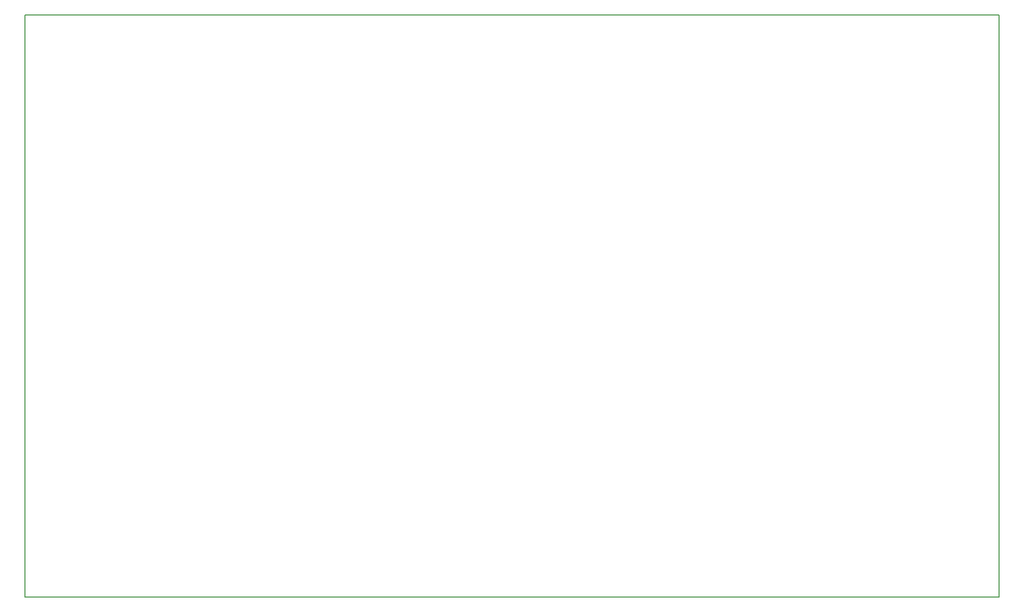
<source format=gbo>
G04 MADE WITH FRITZING*
G04 WWW.FRITZING.ORG*
G04 DOUBLE SIDED*
G04 HOLES PLATED*
G04 CONTOUR ON CENTER OF CONTOUR VECTOR*
%ASAXBY*%
%FSLAX23Y23*%
%MOIN*%
%OFA0B0*%
%SFA1.0B1.0*%
%ADD10R,6.513630X3.896720X6.497630X3.880720*%
%ADD11C,0.008000*%
%LNSILK0*%
G90*
G70*
G54D11*
X4Y3893D02*
X6510Y3893D01*
X6510Y4D01*
X4Y4D01*
X4Y3893D01*
D02*
G04 End of Silk0*
M02*
</source>
